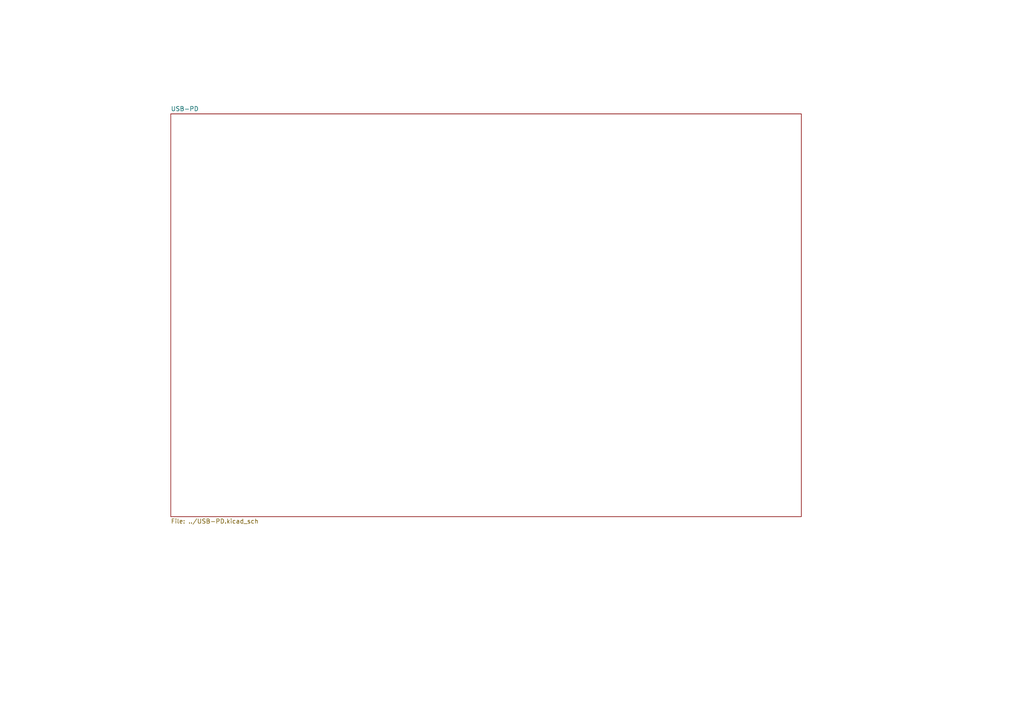
<source format=kicad_sch>
(kicad_sch (version 20211123) (generator eeschema)
  (paper "A4")
  (lib_symbols)
  (sheet (at 49.53 33.02) (size 182.88 116.84) (stroke (width 0.1524))
    (property "Sheet name" "USB-PD" (at 49.53 32.3084 0) (effects (justify left bottom)))
    (property "Sheet file" "../USB-PD.kicad_sch" (at 49.53 150.4446 0) (effects (justify left top)))
  )
)
</source>
